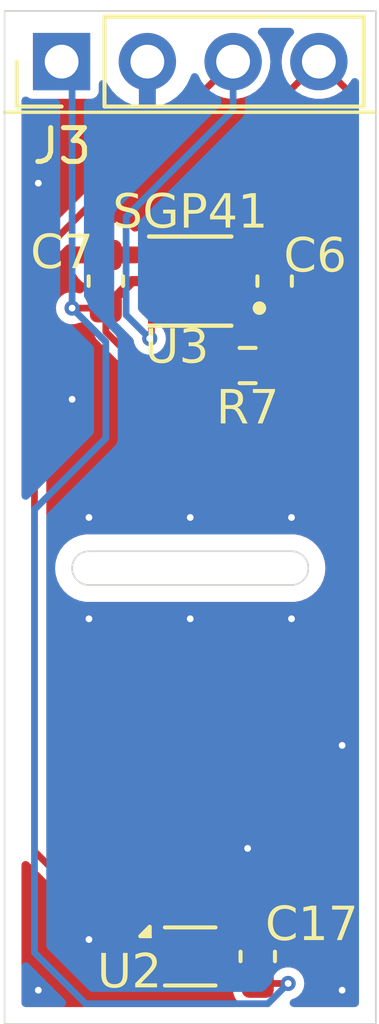
<source format=kicad_pcb>
(kicad_pcb (version 20240108) (generator "pcbnew") (generator_version "8.0")
  (layers (0 "F.Cu" signal) (31 "B.Cu" signal) (34 "B.Paste" user) (35 "F.Paste" user) (36 "B.SilkS" user "B.Silkscreen") (37 "F.SilkS" user "F.Silkscreen") (38 "B.Mask" user) (39 "F.Mask" user) (44 "Edge.Cuts" user))
  (net 0 "")
  (net 1 "GND")
  (net 2 "+3.3V")
  (net 3 "/SCL")
  (net 4 "/SDA")
  (net 5 "Net-(U3-VDD)")
  (footprint "Connector_PinHeader_2.54mm:PinHeader_1x04_P2.54mm_Vertical" (layer "F.Cu") (at 113.19 71.5 90)
    (property "Reference" "J3" (at -2.5 0.01 180) (layer "F.SilkS"))
    (property "Value" "SHT45 + SGP41" (hide yes))
    (fp_line (start -1.33 -1.33) (end 0 -1.33) (stroke (width 0.12)) (layer "F.SilkS"))
    (fp_line (start -1.33 0) (end -1.33 -1.33) (stroke (width 0.12)) (layer "F.SilkS"))
    (fp_line (start 1.33 1.27) (end 1.33 8.95) (stroke (width 0.12)) (layer "F.SilkS"))
    (fp_line (start -1.33 1.27) (end 1.33 1.27) (stroke (width 0.12)) (layer "F.SilkS"))
    (fp_line (start -1.33 1.27) (end -1.33 8.95) (stroke (width 0.12)) (layer "F.SilkS"))
    (fp_line (start -1.33 8.95) (end 1.33 8.95) (stroke (width 0.12)) (layer "F.SilkS"))
    (pad "1" thru_hole rect (at 0 0 90) (size 1.7 1.7) (drill 1) (layers "*.Cu" "*.Mask") (net 2 "+3.3V"))
    (pad "2" thru_hole oval (at 0 2.54 90) (size 1.7 1.7) (drill 1) (layers "*.Cu" "*.Mask") (net 1 "GND"))
    (pad "3" thru_hole oval (at 0 5.08 90) (size 1.7 1.7) (drill 1) (layers "*.Cu" "*.Mask") (net 3 "/SCL"))
    (pad "4" thru_hole oval (at 0 7.62 90) (size 1.7 1.7) (drill 1) (layers "*.Cu" "*.Mask") (net 4 "/SDA"))
  )
  (footprint "Capacitor_SMD:C_0603_1608Metric" (layer "F.Cu") (at 119 98 90)
    (property "Reference" "C17" (at 0.9 1.6 180) (layer "F.SilkS"))
    (property "Value" "0.1u" (hide yes))
    (fp_line (start -0.14058 -0.51) (end 0.14058 -0.51) (stroke (width 0.12)) (layer "F.SilkS"))
    (fp_line (start -0.14058 0.51) (end 0.14058 0.51) (stroke (width 0.12)) (layer "F.SilkS"))
    (pad "1" smd roundrect (at -0.775 0 90) (size 0.9 0.95) (layers "F.Cu" "F.Paste" "F.Mask") (net 2 "+3.3V"))
    (pad "2" smd roundrect (at 0.775 0 90) (size 0.9 0.95) (layers "F.Cu" "F.Paste" "F.Mask") (net 1 "GND"))
  )
  (footprint "Resistor_SMD:R_0603_1608Metric" (layer "F.Cu") (at 118.7 80.5)
    (property "Reference" "R7" (at 0 1.3 0) (layer "F.SilkS"))
    (property "Value" "4.7" (hide yes))
    (fp_line (start -0.237258 -0.5225) (end 0.237258 -0.5225) (stroke (width 0.12)) (layer "F.SilkS"))
    (fp_line (start -0.237258 0.5225) (end 0.237258 0.5225) (stroke (width 0.12)) (layer "F.SilkS"))
    (pad "1" smd roundrect (at -0.825 0) (size 0.8 0.95) (layers "F.Cu" "F.Paste" "F.Mask") (net 2 "+3.3V"))
    (pad "2" smd roundrect (at 0.825 0) (size 0.8 0.95) (layers "F.Cu" "F.Paste" "F.Mask") (net 5 "Net-(U3-VDD)"))
  )
  (footprint "Capacitor_SMD:C_0603_1608Metric" (layer "F.Cu") (at 114.5 78 90)
    (property "Reference" "C7" (at 0.8 -1.3 0) (layer "F.SilkS"))
    (property "Value" "1u" (hide yes))
    (fp_line (start -0.14058 -0.51) (end 0.14058 -0.51) (stroke (width 0.12)) (layer "F.SilkS"))
    (fp_line (start -0.14058 0.51) (end 0.14058 0.51) (stroke (width 0.12)) (layer "F.SilkS"))
    (pad "1" smd roundrect (at -0.775 0 90) (size 0.9 0.95) (layers "F.Cu" "F.Paste" "F.Mask") (net 2 "+3.3V"))
    (pad "2" smd roundrect (at 0.775 0 90) (size 0.9 0.95) (layers "F.Cu" "F.Paste" "F.Mask") (net 1 "GND"))
  )
  (footprint "Snapeda:SGP41-D-R4_XDCR_SGP41-D-R4" (layer "F.Cu") (at 117 78 180)
    (property "Reference" "U3" (at 0.4 -2 0) (layer "F.SilkS"))
    (property "Value" "SGP41" (at 0 2 0) (layer "F.SilkS"))
    (fp_line (start 1.22 1.32) (end -1.22 1.32) (stroke (width 0.127)) (layer "F.SilkS"))
    (fp_line (start -1.22 -1.32) (end 1.22 -1.32) (stroke (width 0.127)) (layer "F.SilkS"))
    (fp_circle (center -2.05 -0.8) (end -1.95 -0.8) (stroke (width 0.2)) (fill none) (layer "F.SilkS"))
    (pad "1" smd rect (at -1.15 -0.8 180) (size 0.55 0.4) (layers "F.Cu" "F.Paste" "F.Mask") (net 5 "Net-(U3-VDD)"))
    (pad "2" smd rect (at -1.15 0 180) (size 0.55 0.4) (layers "F.Cu" "F.Paste" "F.Mask") (net 1 "GND"))
    (pad "3" smd rect (at -1.15 0.8 180) (size 0.55 0.4) (layers "F.Cu" "F.Paste" "F.Mask") (net 4 "/SDA"))
    (pad "4" smd rect (at 1.15 0.8 180) (size 0.55 0.4) (layers "F.Cu" "F.Paste" "F.Mask") (net 1 "GND"))
    (pad "5" smd rect (at 1.15 0 180) (size 0.55 0.4) (layers "F.Cu" "F.Paste" "F.Mask") (net 2 "+3.3V"))
    (pad "6" smd rect (at 1.15 -0.8 180) (size 0.55 0.4) (layers "F.Cu" "F.Paste" "F.Mask") (net 3 "/SCL"))
    (pad "7" smd custom (at 0 0 180) (size 0.5 0.5) (layers "F.Cu") (net 1 "GND") (options (clearance outline) (anchor rect)) (primitives (gr_poly (pts (xy -0.325 -0.85) (xy 0.625 -0.85) (xy 0.625 0.85) (xy -0.625 0.85) (xy -0.625 -0.55)) (width 0.01) (fill yes))))
  )
  (footprint "Sensor_Humidity:Sensirion_DFN-4_1.5x1.5mm_P0.8mm_SHT4x_NoCentralPad" (layer "F.Cu") (at 117 98)
    (property "Reference" "U2" (at -1.8 0.5 180) (layer "F.SilkS"))
    (property "Value" "SHT45")
    (fp_line (start -0.75 -0.86) (end 0.75 -0.86) (stroke (width 0.12)) (layer "F.SilkS"))
    (fp_line (start -0.75 0.86) (end 0.75 0.86) (stroke (width 0.12)) (layer "F.SilkS"))
    (fp_poly (pts (xy -1.2 -0.6) (xy -1.48 -0.6) (xy -1.2 -0.88) (xy -1.2 -0.6)) (stroke (width 0.12)) (fill solid) (layer "F.SilkS"))
    (pad "1" smd rect (at -0.7 -0.4) (size 0.5 0.3) (layers "F.Cu" "F.Paste" "F.Mask") (net 4 "/SDA"))
    (pad "2" smd rect (at -0.7 0.4) (size 0.5 0.3) (layers "F.Cu" "F.Paste" "F.Mask") (net 3 "/SCL"))
    (pad "3" smd rect (at 0.7 0.4) (size 0.5 0.3) (layers "F.Cu" "F.Paste" "F.Mask") (net 2 "+3.3V"))
    (pad "4" smd rect (at 0.7 -0.4) (size 0.5 0.3) (layers "F.Cu" "F.Paste" "F.Mask") (net 1 "GND"))
    (zone (net 0) (net_name "") (layer "F.Cu") (connect_pads (clearance 0)) (min_thickness 0.254)
      (keepout (tracks not_allowed) (vias not_allowed) (pads allowed) (copperpour not_allowed) (footprints allowed))
      (fill (thermal_gap 0.508) (thermal_bridge_width 0.508))
      (polygon (pts (xy 117.75 97.45) (xy 117.45 97.45) (xy 117.45 97.75) (xy 117.75 97.75) (xy 117.75 98.25) (xy 117.45 98.25) (xy 117.45 98.55) (xy 117.75 98.55) (xy 117.75 98.75) (xy 116.25 98.75) (xy 116.25 98.55) (xy 116.55 98.55) (xy 116.55 98.25) (xy 116.25 98.25) (xy 116.25 97.75) (xy 116.55 97.75) (xy 116.55 97.45) (xy 116.25 97.45) (xy 116.25 97.25) (xy 117.75 97.25)))
    )
  )
  (footprint "Capacitor_SMD:C_0603_1608Metric" (layer "F.Cu") (at 119.5 78 90)
    (property "Reference" "C6" (at 0.7 1.2 0) (layer "F.SilkS"))
    (property "Value" "1u" (hide yes))
    (fp_line (start -0.14058 -0.51) (end 0.14058 -0.51) (stroke (width 0.12)) (layer "F.SilkS"))
    (fp_line (start -0.14058 0.51) (end 0.14058 0.51) (stroke (width 0.12)) (layer "F.SilkS"))
    (pad "1" smd roundrect (at -0.775 0 90) (size 0.9 0.95) (layers "F.Cu" "F.Paste" "F.Mask") (net 5 "Net-(U3-VDD)"))
    (pad "2" smd roundrect (at 0.775 0 90) (size 0.9 0.95) (layers "F.Cu" "F.Paste" "F.Mask") (net 1 "GND"))
  )
  (gr_line (start 122.5 73) (end 111.5 73) (stroke (width 0.1)) (layer "F.SilkS"))
  (gr_line (start 122.5 70) (end 111.5 70) (stroke (width 0.05)) (layer "Edge.Cuts"))
  (gr_line (start 111.5 70) (end 111.5 100) (stroke (width 0.05)) (layer "Edge.Cuts"))
  (gr_arc (start 114 87) (mid 113.5 86.5) (end 114 86) (stroke (width 0.05)) (layer "Edge.Cuts"))
  (gr_line (start 114 87) (end 120 87) (stroke (width 0.05)) (layer "Edge.Cuts"))
  (gr_arc (start 120 86) (mid 120.5 86.5) (end 120 87) (stroke (width 0.05)) (layer "Edge.Cuts"))
  (gr_line (start 120 86) (end 114 86) (stroke (width 0.05)) (layer "Edge.Cuts"))
  (gr_line (start 122.5 70) (end 122.5 100) (stroke (width 0.05)) (layer "Edge.Cuts"))
  (gr_line (start 111.5 100) (end 122.5 100) (stroke (width 0.05)) (layer "Edge.Cuts"))
  (segment (start 118.625 97.6) (end 119 97.225) (width 0.3) (layer "F.Cu") (net 1))
  (segment (start 118.15 78) (end 118.725 78) (width 0.3) (layer "F.Cu") (net 1))
  (segment (start 114.525 77.2) (end 114.5 77.225) (width 0.3) (layer "F.Cu") (net 1))
  (segment (start 118.725 78) (end 119.5 77.225) (width 0.3) (layer "F.Cu") (net 1))
  (segment (start 116.7 77.2) (end 117 77.5) (width 0.3) (layer "F.Cu") (net 1))
  (segment (start 117.7 97.6) (end 118.625 97.6) (width 0.3) (layer "F.Cu") (net 1))
  (segment (start 117 77.5) (end 117 78) (width 0.3) (layer "F.Cu") (net 1))
  (segment (start 115.85 77.2) (end 114.525 77.2) (width 0.3) (layer "F.Cu") (net 1))
  (segment (start 115.85 77.2) (end 116.7 77.2) (width 0.3) (layer "F.Cu") (net 1))
  (via (at 120 88) (size 0.45) (drill 0.2) (layers "F.Cu" "B.Cu") (net 1))
  (via (at 114 97.5) (size 0.45) (drill 0.2) (layers "F.Cu" "B.Cu") (net 1))
  (via (at 117 85) (size 0.45) (drill 0.2) (layers "F.Cu" "B.Cu") (net 1))
  (via (at 114 85) (size 0.45) (drill 0.2) (layers "F.Cu" "B.Cu") (net 1))
  (via (at 113.5 81.5) (size 0.45) (drill 0.2) (layers "F.Cu" "B.Cu") (net 1))
  (via (at 114 88) (size 0.45) (drill 0.2) (layers "F.Cu" "B.Cu") (net 1))
  (via (at 112.5 99) (size 0.45) (drill 0.2) (layers "F.Cu" "B.Cu") (net 1))
  (via (at 118.7 94.8) (size 0.45) (drill 0.2) (layers "F.Cu" "B.Cu") (net 1))
  (via (at 121.5 91.75) (size 0.45) (drill 0.2) (layers "F.Cu" "B.Cu") (net 1))
  (via (at 121.5 99) (size 0.45) (drill 0.2) (layers "F.Cu" "B.Cu") (net 1))
  (via (at 112.5 75.1) (size 0.45) (drill 0.2) (layers "F.Cu" "B.Cu") (net 1))
  (via (at 117 88) (size 0.45) (drill 0.2) (layers "F.Cu" "B.Cu") (net 1))
  (via (at 120 85) (size 0.45) (drill 0.2) (layers "F.Cu" "B.Cu") (net 1))
  (segment (start 115.85 78) (end 115.275 78) (width 0.3) (layer "F.Cu") (net 2))
  (segment (start 119.025 98.8) (end 119 98.775) (width 0.2) (layer "F.Cu") (net 2))
  (segment (start 114.5 79.5) (end 114.5 78.775) (width 0.2) (layer "F.Cu") (net 2))
  (segment (start 117.875 80.5) (end 115.5 80.5) (width 0.2) (layer "F.Cu") (net 2))
  (segment (start 119.9 98.8) (end 119.025 98.8) (width 0.2) (layer "F.Cu") (net 2))
  (segment (start 118.625 98.4) (end 119 98.775) (width 0.3) (layer "F.Cu") (net 2))
  (segment (start 115.5 80.5) (end 114.5 79.5) (width 0.2) (layer "F.Cu") (net 2))
  (segment (start 114.475 78.8) (end 114.5 78.775) (width 0.2) (layer "F.Cu") (net 2))
  (segment (start 117.7 98.4) (end 118.625 98.4) (width 0.3) (layer "F.Cu") (net 2))
  (segment (start 115.275 78) (end 114.5 78.775) (width 0.3) (layer "F.Cu") (net 2))
  (segment (start 113.5 78.8) (end 114.475 78.8) (width 0.2) (layer "F.Cu") (net 2))
  (via (at 119.9 98.8) (size 0.45) (drill 0.2) (layers "F.Cu" "B.Cu") (net 2))
  (via (at 113.5 78.8) (size 0.45) (drill 0.2) (layers "F.Cu" "B.Cu") (net 2))
  (segment (start 113.19 71.5) (end 113.5 71.81) (width 0.2) (layer "B.Cu") (net 2))
  (segment (start 114.5 82.65) (end 112.386207 84.763793) (width 0.2) (layer "B.Cu") (net 2))
  (segment (start 113.5 71.81) (end 113.5 78.8) (width 0.2) (layer "B.Cu") (net 2))
  (segment (start 113.5 78.8) (end 114.5 79.8) (width 0.2) (layer "B.Cu") (net 2))
  (segment (start 113.9 99.4) (end 119.3 99.4) (width 0.2) (layer "B.Cu") (net 2))
  (segment (start 112.386207 84.763793) (end 112.386207 97.886207) (width 0.2) (layer "B.Cu") (net 2))
  (segment (start 112.386207 97.886207) (end 113.9 99.4) (width 0.2) (layer "B.Cu") (net 2))
  (segment (start 114.5 79.8) (end 114.5 82.65) (width 0.2) (layer "B.Cu") (net 2))
  (segment (start 119.3 99.4) (end 119.9 98.8) (width 0.2) (layer "B.Cu") (net 2))
  (segment (start 112.386207 94.886207) (end 112.386207 77.383793) (width 0.2) (layer "F.Cu") (net 3))
  (segment (start 115.85 79.65) (end 115.8 79.7) (width 0.2) (layer "F.Cu") (net 3))
  (segment (start 115.85 78.8) (end 115.85 79.65) (width 0.2) (layer "F.Cu") (net 3))
  (segment (start 115.9 98.4) (end 112.386207 94.886207) (width 0.2) (layer "F.Cu") (net 3))
  (segment (start 116.3 98.4) (end 115.9 98.4) (width 0.2) (layer "F.Cu") (net 3))
  (segment (start 112.386207 77.383793) (end 118.27 71.5) (width 0.2) (layer "F.Cu") (net 3))
  (via (at 115.8 79.7) (size 0.45) (drill 0.2) (layers "F.Cu" "B.Cu") (net 3))
  (segment (start 115.8 79.7) (end 115.1 79) (width 0.2) (layer "B.Cu") (net 3))
  (segment (start 118.27 72.93) (end 118.27 71.5) (width 0.2) (layer "B.Cu") (net 3))
  (segment (start 115.1 76.1) (end 118.27 72.93) (width 0.2) (layer "B.Cu") (net 3))
  (segment (start 115.1 79) (end 115.1 76.1) (width 0.2) (layer "B.Cu") (net 3))
  (segment (start 119.7 72.61) (end 120.81 71.5) (width 0.2) (layer "F.Cu") (net 4))
  (segment (start 119.7 74.8) (end 119.7 72.61) (width 0.2) (layer "F.Cu") (net 4))
  (segment (start 118.15 76.35) (end 119.7 74.8) (width 0.2) (layer "F.Cu") (net 4))
  (segment (start 116.15 95.95) (end 121.613793 90.486207) (width 0.2) (layer "F.Cu") (net 4))
  (segment (start 121.613793 72.303793) (end 120.81 71.5) (width 0.2) (layer "F.Cu") (net 4))
  (segment (start 118.15 77.2) (end 118.15 76.35) (width 0.2) (layer "F.Cu") (net 4))
  (segment (start 116.2 97.6) (end 116.15 97.55) (width 0.2) (layer "F.Cu") (net 4))
  (segment (start 116.15 97.55) (end 116.15 95.95) (width 0.2) (layer "F.Cu") (net 4))
  (segment (start 116.3 97.6) (end 116.2 97.6) (width 0.2) (layer "F.Cu") (net 4))
  (segment (start 121.613793 90.486207) (end 121.613793 72.303793) (width 0.2) (layer "F.Cu") (net 4))
  (segment (start 119.475 78.8) (end 119.5 78.775) (width 0.3) (layer "F.Cu") (net 5))
  (segment (start 118.15 78.8) (end 119.475 78.8) (width 0.3) (layer "F.Cu") (net 5))
  (segment (start 119.525 78.8) (end 119.5 78.775) (width 0.2) (layer "F.Cu") (net 5))
  (segment (start 119.525 80.5) (end 119.525 78.8) (width 0.2) (layer "F.Cu") (net 5))
  (zone (net 1) (net_name "GND") (layers "F&B.Cu") (priority 1) (connect_pads (clearance 0.25)) (min_thickness 0.25) (fill yes (thermal_gap 0.5) (thermal_bridge_width 0.5))
    (polygon (pts (xy 111.5 70) (xy 122.5 70) (xy 122.5 100) (xy 111.5 100)))
  )
)
</source>
